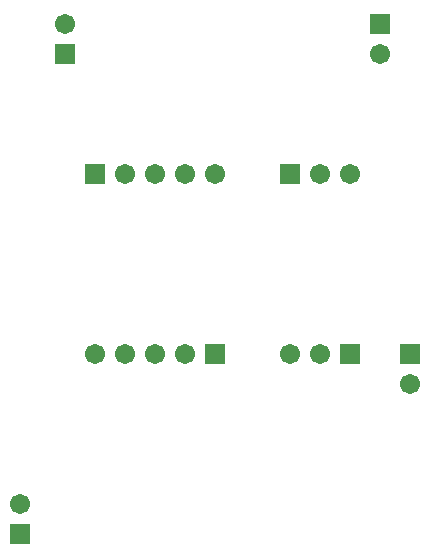
<source format=gbl>
G04 MADE WITH FRITZING*
G04 WWW.FRITZING.ORG*
G04 DOUBLE SIDED*
G04 HOLES PLATED*
G04 CONTOUR ON CENTER OF CONTOUR VECTOR*
%ASAXBY*%
%FSLAX23Y23*%
%MOIN*%
%OFA0B0*%
%SFA1.0B1.0*%
%ADD10C,0.067559*%
%ADD11R,0.067559X0.067559*%
%LNCOPPER0*%
G90*
G70*
G54D10*
X1572Y816D03*
X1572Y716D03*
X1172Y1416D03*
X1272Y1416D03*
X1372Y1416D03*
X522Y1416D03*
X622Y1416D03*
X722Y1416D03*
X822Y1416D03*
X922Y1416D03*
X922Y816D03*
X822Y816D03*
X722Y816D03*
X622Y816D03*
X522Y816D03*
X1372Y816D03*
X1272Y816D03*
X1172Y816D03*
X422Y1816D03*
X422Y1916D03*
X1472Y1916D03*
X1472Y1816D03*
X272Y216D03*
X272Y316D03*
G54D11*
X1572Y816D03*
X1172Y1416D03*
X522Y1416D03*
X922Y816D03*
X1372Y816D03*
X422Y1816D03*
X1472Y1916D03*
X272Y216D03*
G04 End of Copper0*
M02*
</source>
